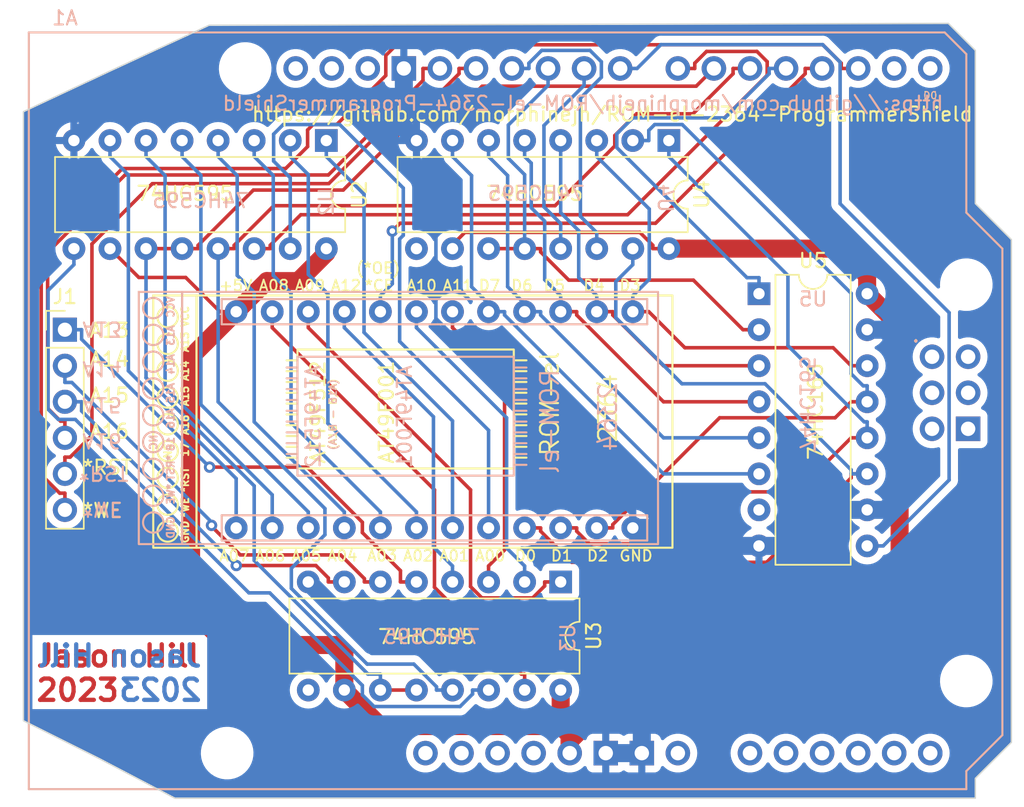
<source format=kicad_pcb>
(kicad_pcb (version 20221018) (generator pcbnew)
  (title_block (title "Arduino Shield ROM-el 2364 Programmer") (date "2023-08-07") (rev "A") (company "Jason Hill") (comment 1 "https://github.com/morphinejh"))
  (layers (0 "F.Cu" signal) (31 "B.Cu" signal) (34 "B.Paste" user) (35 "F.Paste" user) (36 "B.SilkS" user "B.Silkscreen") (37 "F.SilkS" user "F.Silkscreen") (38 "B.Mask" user) (39 "F.Mask" user) (44 "Edge.Cuts" user))
  (net 0 "")
  (net 11 "/*WE_D2")
  (net 12 "/*CE_D3")
  (net 13 "/*PL_D4")
  (net 14 "/*OE_D5")
  (net 15 "/iCLK_D6")
  (net 16 "/SER_D7")
  (net 17 "/SRO_D8")
  (net 18 "/*OE_D9")
  (net 19 "/OCLK_D10")
  (net 20 "/SER_D11")
  (net 21 "/*RST_D12")
  (net 22 "/A16_D13")
  (net 32 "/A07")
  (net 33 "/A06")
  (net 34 "/A05")
  (net 35 "/A04")
  (net 36 "/A03")
  (net 37 "/A02")
  (net 38 "/A01")
  (net 39 "/A00")
  (net 40 "/D0")
  (net 41 "/D1")
  (net 42 "/D2")
  (net 43 "GND")
  (net 44 "/D3")
  (net 45 "/D4")
  (net 46 "/D5")
  (net 47 "/D6")
  (net 48 "/D7")
  (net 49 "/A11")
  (net 50 "/A10")
  (net 51 "/A12")
  (net 52 "/A09")
  (net 53 "/A08")
  (net 54 "+5V")
  (net 55 "/SQH")
  (net 56 "/A13")
  (net 57 "/A14")
  (net 58 "/A15")
  (footprint "Package_DIP:DIP-16_W7.62mm" (layer "F.Cu") (at 158.75 62.23 -90)
    (fp_text reference "U4")
    (fp_text value "74HCT595")
  )
  (footprint "Package_DIP:DIP-16_W7.62mm" (layer "F.Cu") (at 151.13 93.345 -90)
    (fp_text reference "U3")
    (fp_text value "74HCT595")
  )
  (footprint "PCM_arduino-library:Arduino_Leonardo_Shield" (layer "F.Cu") (at 113.665 107.95)
    (fp_text reference "A1")
    (fp_text value "Arduino_Shield")
  )
  (footprint "2364:DIP-24_W15.24mm-Notch" (layer "F.Cu") (at 128.27 89.535 90)
    (fp_text reference "U1" hide)
    (fp_text value "2364 - ROMel" hide)
  )
  (footprint "Package_DIP:DIP-16_W7.62mm" (layer "F.Cu") (at 134.62 62.23 -90)
    (fp_text reference "U2")
    (fp_text value "74HCT595")
  )
  (footprint "Package_DIP:DIP-16_W7.62mm" (layer "F.Cu") (at 165.1 73.025)
    (fp_text reference "U5")
    (fp_text value "74HC165")
  )
  (footprint "Connector_PinHeader_2.54mm:PinHeader_1x06_P2.54mm_Vertical" (layer "F.Cu") (at 116.205 75.565)
    (fp_text reference "J1")
    (fp_text value "x6")
  )
  (gr_circle (center 122.428 77.81925) (end 122.936 77.31125) (stroke (width 0.15)) (fill none) (layer "B.SilkS"))
  (gr_line (start 132.588 85.09) (end 131.826 85.09) (stroke (width 0.15)) (layer "B.SilkS"))
  (gr_line (start 132.588 79.756) (end 131.826 79.756) (stroke (width 0.15)) (layer "B.SilkS"))
  (gr_line (start 132.588 82.042) (end 131.826 82.042) (stroke (width 0.15)) (layer "B.SilkS"))
  (gr_circle (center 122.428 89.154) (end 122.936 88.646) (stroke (width 0.15)) (fill none) (layer "B.SilkS"))
  (gr_rect (start 124.46 72.898) (end 157.988 90.678) (stroke (width 0.15)) (fill none) (layer "B.SilkS"))
  (gr_line (start 132.588 78.232) (end 131.826 78.232) (stroke (width 0.15)) (layer "B.SilkS"))
  (gr_line (start 132.588 82.804) (end 131.826 82.804) (stroke (width 0.15)) (layer "B.SilkS"))
  (gr_line (start 132.588 81.28) (end 131.826 81.28) (stroke (width 0.15)) (layer "B.SilkS"))
  (gr_line (start 132.588 84.328) (end 131.826 84.328) (stroke (width 0.15)) (layer "B.SilkS"))
  (gr_circle (center 122.428 79.708375) (end 122.936 79.200375) (stroke (width 0.15)) (fill none) (layer "B.SilkS"))
  (gr_rect (start 121.412 72.898) (end 124.46 90.678) (stroke (width 0.15)) (fill none) (layer "B.SilkS"))
  (gr_circle (center 122.428 81.5975) (end 122.936 81.0895) (stroke (width 0.15)) (fill none) (layer "B.SilkS"))
  (gr_line (start 148.717 82.042) (end 147.955 82.042) (stroke (width 0.15)) (layer "B.SilkS"))
  (gr_circle (center 122.428 85.37575) (end 122.936 84.86775) (stroke (width 0.15)) (fill none) (layer "B.SilkS"))
  (gr_line (start 148.717 78.232) (end 147.955 78.232) (stroke (width 0.15)) (layer "B.SilkS"))
  (gr_rect (start 132.588 77.47) (end 147.828 85.852) (stroke (width 0.15)) (fill none) (layer "B.SilkS"))
  (gr_circle (center 122.428 87.264875) (end 122.936 86.756875) (stroke (width 0.15)) (fill none) (layer "B.SilkS"))
  (gr_line (start 148.717 78.994) (end 147.955 78.994) (stroke (width 0.15)) (layer "B.SilkS"))
  (gr_line (start 132.588 80.518) (end 131.826 80.518) (stroke (width 0.15)) (layer "B.SilkS"))
  (gr_line (start 148.717 82.804) (end 147.955 82.804) (stroke (width 0.15)) (layer "B.SilkS"))
  (gr_circle (center 122.428 83.486625) (end 122.936 82.978625) (stroke (width 0.15)) (fill none) (layer "B.SilkS"))
  (gr_line (start 148.717 80.518) (end 147.955 80.518) (stroke (width 0.15)) (layer "B.SilkS"))
  (gr_line (start 132.588 78.994) (end 131.826 78.994) (stroke (width 0.15)) (layer "B.SilkS"))
  (gr_line (start 148.717 79.756) (end 147.955 79.756) (stroke (width 0.15)) (layer "B.SilkS"))
  (gr_circle (center 122.428 75.930125) (end 122.936 75.422125) (stroke (width 0.15)) (fill none) (layer "B.SilkS"))
  (gr_line (start 132.588 83.566) (end 131.826 83.566) (stroke (width 0.15)) (layer "B.SilkS"))
  (gr_line (start 148.717 81.28) (end 147.955 81.28) (stroke (width 0.15)) (layer "B.SilkS"))
  (gr_line (start 148.717 85.09) (end 147.955 85.09) (stroke (width 0.15)) (layer "B.SilkS"))
  (gr_line (start 148.717 84.328) (end 147.955 84.328) (stroke (width 0.15)) (layer "B.SilkS"))
  (gr_line (start 148.717 83.566) (end 147.955 83.566) (stroke (width 0.15)) (layer "B.SilkS"))
  (gr_circle (center 122.428 74.041) (end 122.936 73.533) (stroke (width 0.15)) (fill none) (layer "B.SilkS"))
  (gr_circle (center 123.444 86.01075) (end 123.952 86.51875) (stroke (width 0.15)) (fill none) (layer "F.SilkS"))
  (gr_line (start 147.955 80.01) (end 148.717 80.01) (stroke (width 0.15)) (layer "F.SilkS"))
  (gr_line (start 147.955 84.582) (end 148.717 84.582) (stroke (width 0.15)) (layer "F.SilkS"))
  (gr_line (start 131.826 80.01) (end 132.588 80.01) (stroke (width 0.15)) (layer "F.SilkS"))
  (gr_line (start 131.826 83.82) (end 132.588 83.82) (stroke (width 0.15)) (layer "F.SilkS"))
  (gr_rect (start 132.588 76.962) (end 147.828 85.344) (stroke (width 0.15)) (fill none) (layer "F.SilkS"))
  (gr_circle (center 123.444 84.121625) (end 123.952 84.629625) (stroke (width 0.15)) (fill none) (layer "F.SilkS"))
  (gr_line (start 147.955 79.248) (end 148.717 79.248) (stroke (width 0.15)) (layer "F.SilkS"))
  (gr_line (start 131.826 82.296) (end 132.588 82.296) (stroke (width 0.15)) (layer "F.SilkS"))
  (gr_line (start 147.955 80.772) (end 148.717 80.772) (stroke (width 0.15)) (layer "F.SilkS"))
  (gr_line (start 147.955 81.534) (end 148.717 81.534) (stroke (width 0.15)) (layer "F.SilkS"))
  (gr_rect (start 122.428 73.152) (end 125.476 90.932) (stroke (width 0.15)) (fill none) (layer "F.SilkS"))
  (gr_line (start 131.826 79.248) (end 132.588 79.248) (stroke (width 0.15)) (layer "F.SilkS"))
  (gr_circle (center 123.444 82.2325) (end 123.952 82.7405) (stroke (width 0.15)) (fill none) (layer "F.SilkS"))
  (gr_circle (center 123.444 74.676) (end 123.952 75.184) (stroke (width 0.15)) (fill none) (layer "F.SilkS"))
  (gr_line (start 131.826 83.058) (end 132.588 83.058) (stroke (width 0.15)) (layer "F.SilkS"))
  (gr_line (start 147.955 82.296) (end 148.717 82.296) (stroke (width 0.15)) (layer "F.SilkS"))
  (gr_line (start 147.955 83.058) (end 148.717 83.058) (stroke (width 0.15)) (layer "F.SilkS"))
  (gr_rect (start 125.476 73.152) (end 159.004 90.932) (stroke (width 0.15)) (fill none) (layer "F.SilkS"))
  (gr_line (start 131.826 78.486) (end 132.588 78.486) (stroke (width 0.15)) (layer "F.SilkS"))
  (gr_circle (center 123.444 80.343375) (end 123.952 80.851375) (stroke (width 0.15)) (fill none) (layer "F.SilkS"))
  (gr_line (start 147.955 83.82) (end 148.717 83.82) (stroke (width 0.15)) (layer "F.SilkS"))
  (gr_line (start 131.826 77.724) (end 132.588 77.724) (stroke (width 0.15)) (layer "F.SilkS"))
  (gr_circle (center 123.444 78.45425) (end 123.952 78.96225) (stroke (width 0.15)) (fill none) (layer "F.SilkS"))
  (gr_line (start 147.955 78.486) (end 148.717 78.486) (stroke (width 0.15)) (layer "F.SilkS"))
  (gr_circle (center 123.444 87.899875) (end 123.952 88.407875) (stroke (width 0.15)) (fill none) (layer "F.SilkS"))
  (gr_circle (center 123.444 76.565125) (end 123.952 77.073125) (stroke (width 0.15)) (fill none) (layer "F.SilkS"))
  (gr_circle (center 123.444 89.789) (end 123.952 90.297) (stroke (width 0.15)) (fill none) (layer "F.SilkS"))
  (gr_line (start 131.826 80.772) (end 132.588 80.772) (stroke (width 0.15)) (layer "F.SilkS"))
  (gr_line (start 131.826 81.534) (end 132.588 81.534) (stroke (width 0.15)) (layer "F.SilkS"))
  (gr_line (start 131.826 84.582) (end 132.588 84.582) (stroke (width 0.15)) (layer "F.SilkS"))
  (gr_line (start 147.955 77.724) (end 148.717 77.724) (stroke (width 0.15)) (layer "F.SilkS"))
  (gr_poly (pts (xy 126.365 54.102) (xy 178.435 53.975) (xy 180.34 55.88) (xy 180.34 66.675) (xy 182.88 69.215) (xy 182.88 104.648) (xy 180.34 107.188) (xy 180.34 108.585) (xy 123.952 108.585) (xy 118.618 105.791) (xy 113.284 103.124) (xy 113.284 94.996) (xy 113.284 74.676) (xy 113.284 60.198) (xy 119.507 57.277)) (stroke (width 0.1)) (fill none) (layer "Edge.Cuts"))
  (gr_text "Jason Hill\n2023" (at 114.046 101.854) (layer "F.Cu") (effects (font (size 1.5 1.5) (thickness 0.3) bold) (justify left bottom)))
  (gr_text "Jason Hill\n2023" (at 125.984 101.854) (layer "B.Cu") (effects (font (size 1.5 1.5) (thickness 0.3) bold) (justify left bottom mirror)))
  (gr_text "(A16 - N/A)" (at 135.382 78.994 90) (layer "B.SilkS") (effects (font (size 0.508 0.508) (thickness 0.1016) bold) (justify left bottom mirror)))
  (gr_text "74HC595" (at 152.908 66.548) (layer "B.SilkS") (effects (font (size 1 1)) (justify left bottom mirror)))
  (gr_text "A16" (at 117.348 82.804 180) (layer "B.SilkS") (effects (font (size 1 1)) (justify left bottom mirror)))
  (gr_text "NC" (at 122.741029 82.889791 90) (layer "B.SilkS") (effects (font (size 0.508 0.508) (thickness 0.127) bold) (justify left bottom mirror)))
  (gr_text "https://github.com/morphinejh/ROM-el-2364-ProgrammerShield" (at 178.181 60.198) (layer "B.SilkS") (effects (font (size 1 1)) (justify left bottom mirror)))
  (gr_text "*RST" (at 123.952 84.328 90) (layer "B.SilkS") (effects (font (size 0.508 0.508) (thickness 0.127) bold) (justify left bottom mirror)))
  (gr_text "U3" (at 151.638 97.282 90) (layer "B.SilkS") (effects (font (size 1 1)) (justify mirror)))
  (gr_text "74HC595" (at 145.542 97.79) (layer "B.SilkS") (effects (font (size 1 1)) (justify left bottom mirror)))
  (gr_text "GND" (at 123.952 88.646 90) (layer "B.SilkS") (effects (font (size 0.508 0.508) (thickness 0.127) bold) (justify left bottom mirror)))
  (gr_text "A16" (at 123.952 81.026 90) (layer "B.SilkS") (effects (font (size 0.508 0.508) (thickness 0.127) bold) (justify left bottom mirror)))
  (gr_text "74HC595" (at 129.286 67.056) (layer "B.SilkS") (effects (font (size 1 1)) (justify left bottom mirror)))
  (gr_text "A15" (at 123.952 79.248 90) (layer "B.SilkS") (effects (font (size 0.508 0.508) (thickness 0.127) bold) (justify left bottom mirror)))
  (gr_text "AT49F512\n\n\n\nAT49F001" (at 140.716 77.978 90) (layer "B.SilkS") (effects (font (size 1 1)) (justify left bottom mirror)))
  (gr_text "A14" (at 117.348 77.724 180) (layer "B.SilkS") (effects (font (size 1 1)) (justify left bottom mirror)))
  (gr_text "74HC165" (at 167.894 84.328 -90) (layer "B.SilkS") (effects (font (size 1 1)) (justify left bottom mirror)))
  (gr_text "VCC" (at 123.952 73.152 90) (layer "B.SilkS") (effects (font (size 0.508 0.508) (thickness 0.127) bold) (justify left bottom mirror)))
  (gr_text "*RST" (at 117.094 85.09 180) (layer "B.SilkS") (effects (font (size 1 1)) (justify left bottom mirror)))
  (gr_text "A13" (at 123.952 75.184 90) (layer "B.SilkS") (effects (font (size 0.508 0.508) (thickness 0.127) bold) (justify left bottom mirror)))
  (gr_text "A13" (at 117.348 74.93 180) (layer "B.SilkS") (effects (font (size 1 1)) (justify left bottom mirror)))
  (gr_text "A15" (at 117.348 80.264 180) (layer "B.SilkS") (effects (font (size 1 1)) (justify left bottom mirror)))
  (gr_text "18" (at 123.952 83.058 90) (layer "B.SilkS") (effects (font (size 0.508 0.508) (thickness 0.127) bold) (justify left bottom mirror)))
  (gr_text "*WE" (at 117.348 87.63 180) (layer "B.SilkS") (effects (font (size 1 1)) (justify left bottom mirror)))
  (gr_text "*WE" (at 123.952 86.36 90) (layer "B.SilkS") (effects (font (size 0.508 0.508) (thickness 0.127) bold) (justify left bottom mirror)))
  (gr_text "U4" (at 158.496 66.294 -90) (layer "B.SilkS") (effects (font (size 1 1)) (justify mirror)))
  (gr_text "ROM-el\n\n 2364" (at 155.194 78.232 90) (layer "B.SilkS") (effects (font (size 1.27 1.27)) (justify left bottom mirror)))
  (gr_text "U2" (at 134.62 66.548 90) (layer "B.SilkS") (effects (font (size 1 1)) (justify mirror)))
  (gr_text "U5" (at 168.91 73.406) (layer "B.SilkS") (effects (font (size 1 1)) (justify mirror)))
  (gr_text "A14" (at 123.952 77.216 90) (layer "B.SilkS") (effects (font (size 0.508 0.508) (thickness 0.127) bold) (justify left bottom mirror)))
  (gr_text "*WE" (at 117.348 88.9) (layer "F.SilkS") (effects (font (size 1 1)) (justify left bottom)))
  (gr_text "A11" (at 142.748 72.898) (layer "F.SilkS") (effects (font (size 0.762 0.762) (thickness 0.127) bold) (justify left bottom)))
  (gr_text "D1" (at 150.368 91.948) (layer "F.SilkS") (effects (font (size 0.762 0.762) (thickness 0.127) bold) (justify left bottom)))
  (gr_text "74HC595" (at 145.796 66.548) (layer "F.SilkS") (effects (font (size 1 1)) (justify left bottom)))
  (gr_text "GND" (at 155.194 91.948) (layer "F.SilkS") (effects (font (size 0.762 0.762) (thickness 0.127) bold) (justify left bottom)))
  (gr_text "A08" (at 129.794 72.898) (layer "F.SilkS") (effects (font (size 0.762 0.762) (thickness 0.127) bold) (justify left bottom)))
  (gr_text "D2" (at 152.908 91.948) (layer "F.SilkS") (effects (font (size 0.762 0.762) (thickness 0.127) bold) (justify left bottom)))
  (gr_text "A15" (at 124.968 81.026 90) (layer "F.SilkS") (effects (font (size 0.508 0.508) (thickness 0.127) bold) (justify left bottom)))
  (gr_text "17" (at 124.968 84.582 90) (layer "F.SilkS") (effects (font (size 0.508 0.508) (thickness 0.127) bold) (justify left bottom)))
  (gr_text "A13" (at 124.968 77.216 90) (layer "F.SilkS") (effects (font (size 0.508 0.508) (thickness 0.127) bold) (justify left bottom)))
  (gr_text "74HC595" (at 138.176 97.79) (layer "F.SilkS") (effects (font (size 1 1)) (justify left bottom)))
  (gr_text "74HC595" (at 121.158 66.548) (layer "F.SilkS") (effects (font (size 1 1)) (justify left bottom)))
  (gr_text "A10" (at 140.208 72.898) (layer "F.SilkS") (effects (font (size 0.762 0.762) (thickness 0.127) bold) (justify left bottom)))
  (gr_text "A16" (at 117.856 83.312) (layer "F.SilkS") (effects (font (size 1 1)) (justify left bottom)))
  (gr_text "GND" (at 124.968 90.678 90) (layer "F.SilkS") (effects (font (size 0.508 0.508) (thickness 0.127) bold) (justify left bottom)))
  (gr_text "D6" (at 147.574 72.898) (layer "F.SilkS") (effects (font (size 0.762 0.762) (thickness 0.127) bold) (justify left bottom)))
  (gr_text "A12" (at 134.874 72.898) (layer "F.SilkS") (effects (font (size 0.762 0.762) (thickness 0.127) bold) (justify left bottom)))
  (gr_text "NC" (at 123.760228 84.704462 90) (layer "F.SilkS") (effects (font (size 0.508 0.508) (thickness 0.127) bold) (justify left bottom)))
  (gr_text "A03" (at 137.414 91.948) (layer "F.SilkS") (effects (font (size 0.762 0.762) (thickness 0.127) bold) (justify left bottom)))
  (gr_text "A15" (at 117.856 80.772) (layer "F.SilkS") (effects (font (size 1 1)) (justify left bottom)))
  (gr_text "ROM-el\n\n 2364" (at 155.194 84.582 90) (layer "F.SilkS") (effects (font (size 1.27 1.27)) (justify left bottom)))
  (gr_text "A06" (at 129.54 91.948) (layer "F.SilkS") (effects (font (size 0.762 0.762) (thickness 0.127) bold) (justify left bottom)))
  (gr_text "A07" (at 127 91.948) (layer "F.SilkS") (effects (font (size 0.762 0.762) (thickness 0.127) bold) (justify left bottom)))
  (gr_text "*RST" (at 117.348 85.852) (layer "F.SilkS") (effects (font (size 1 1)) (justify left bottom)))
  (gr_text "D5" (at 149.86 72.898) (layer "F.SilkS") (effects (font (size 0.762 0.762) (thickness 0.127) bold) (justify left bottom)))
  (gr_text "A14" (at 117.856 78.232) (layer "F.SilkS") (effects (font (size 1 1)) (justify left bottom)))
  (gr_text "*RST" (at 124.968 87.122 90) (layer "F.SilkS") (effects (font (size 0.508 0.508) (thickness 0.127) bold) (justify left bottom)))
  (gr_text "74HC165" (at 169.672 84.836 90) (layer "F.SilkS") (effects (font (size 1 1)) (justify left bottom)))
  (gr_text "D0" (at 147.828 91.948) (layer "F.SilkS") (effects (font (size 0.762 0.762) (thickness 0.127) bold) (justify left bottom)))
  (gr_text "A04" (at 134.62 91.948) (layer "F.SilkS") (effects (font (size 0.762 0.762) (thickness 0.127) bold) (justify left bottom)))
  (gr_text "D7" (at 145.288 72.898) (layer "F.SilkS") (effects (font (size 0.762 0.762) (thickness 0.127) bold) (justify left bottom)))
  (gr_text "A05" (at 132.08 91.948) (layer "F.SilkS") (effects (font (size 0.762 0.762) (thickness 0.127) bold) (justify left bottom)))
  (gr_text "D4" (at 152.654 72.898) (layer "F.SilkS") (effects (font (size 0.762 0.762) (thickness 0.127) bold) (justify left bottom)))
  (gr_text "https://github.com/morphinejh/ROM-el-2364-ProgrammerShield" (at 129.286 60.96) (layer "F.SilkS") (effects (font (size 1 1)) (justify left bottom)))
  (gr_text "AT49F512\n\n\nAT49F001" (at 139.446 85.09 90) (layer "F.SilkS") (effects (font (size 1 1)) (justify left bottom)))
  (gr_text "D3" (at 155.194 72.898) (layer "F.SilkS") (effects (font (size 0.762 0.762) (thickness 0.127) bold) (justify left bottom)))
  (gr_text "A01" (at 142.494 91.948) (layer "F.SilkS") (effects (font (size 0.762 0.762) (thickness 0.127) bold) (justify left bottom)))
  (gr_text "VCC" (at 124.968 75.438 90) (layer "F.SilkS") (effects (font (size 0.508 0.508) (thickness 0.127) bold) (justify left bottom)))
  (gr_text "A00" (at 145.034 91.948) (layer "F.SilkS") (effects (font (size 0.762 0.762) (thickness 0.127) bold) (justify left bottom)))
  (gr_text "(*OE)\n *CE\n" (at 136.652 72.898) (layer "F.SilkS") (effects (font (size 0.762 0.762) (thickness 0.127) bold) (justify left bottom)))
  (gr_text "(A16 - N/A)" (at 135.382 84.074 90) (layer "F.SilkS") (effects (font (size 0.508 0.508) (thickness 0.1016) bold) (justify left bottom)))
  (gr_text "+5V" (at 127 72.898) (layer "F.SilkS") (effects (font (size 0.762 0.762) (thickness 0.127) bold) (justify left bottom)))
  (gr_text "*WE" (at 124.968 88.9 90) (layer "F.SilkS") (effects (font (size 0.508 0.508) (thickness 0.127) bold) (justify left bottom)))
  (gr_text "A09" (at 132.334 72.898) (layer "F.SilkS") (effects (font (size 0.762 0.762) (thickness 0.127) bold) (justify left bottom)))
  (gr_text "A14" (at 124.968 79.248 90) (layer "F.SilkS") (effects (font (size 0.508 0.508) (thickness 0.127) bold) (justify left bottom)))
  (gr_text "A02" (at 139.954 91.948) (layer "F.SilkS") (effects (font (size 0.762 0.762) (thickness 0.127) bold) (justify left bottom)))
  (gr_text "A16" (at 124.968 83.058 90) (layer "F.SilkS") (effects (font (size 0.508 0.508) (thickness 0.127) bold) (justify left bottom)))
  (gr_text "A13" (at 117.856 76.2) (layer "F.SilkS") (effects (font (size 1 1)) (justify left bottom)))
  (segment (start 139.5613 55.4802) (end 138.8111 56.2304) (width 0.25) (layer "F.Cu") (net 11))
  (segment (start 170.8945 56.778) (end 169.5967 55.4802) (width 0.25) (layer "F.Cu") (net 11))
  (segment (start 170.8945 57.15) (end 170.8945 56.778) (width 0.25) (layer "F.Cu") (net 11))
  (segment (start 120.253 64.2042) (end 114.5358 69.9214) (width 0.25) (layer "F.Cu") (net 11))
  (segment (start 172.085 57.15) (end 170.8945 57.15) (width 0.25) (layer "F.Cu") (net 11))
  (segment (start 114.5358 69.9214) (end 114.5358 85.7847) (width 0.25) (layer "F.Cu") (net 11))
  (segment (start 135.3534 61.1031) (end 133.6846 61.1031) (width 0.25) (layer "F.Cu") (net 11))
  (segment (start 116.205 88.265) (end 116.205 87.0881) (width 0.25) (layer "F.Cu") (net 11))
  (segment (start 138.8111 56.2304) (end 138.8111 57.6454) (width 0.25) (layer "F.Cu") (net 11))
  (segment (start 131.753 64.2042) (end 120.253 64.2042) (width 0.25) (layer "F.Cu") (net 11))
  (segment (start 138.8111 57.6454) (end 135.3534 61.1031) (width 0.25) (layer "F.Cu") (net 11))
  (segment (start 169.5967 55.4802) (end 139.5613 55.4802) (width 0.25) (layer "F.Cu") (net 11))
  (segment (start 114.5358 85.7847) (end 115.8392 87.0881) (width 0.25) (layer "F.Cu") (net 11))
  (segment (start 133.3019 62.6553) (end 131.753 64.2042) (width 0.25) (layer "F.Cu") (net 11))
  (segment (start 115.8392 87.0881) (end 116.205 87.0881) (width 0.25) (layer "F.Cu") (net 11))
  (segment (start 133.6846 61.1031) (end 133.3019 61.4858) (width 0.25) (layer "F.Cu") (net 11))
  (segment (start 133.3019 61.4858) (end 133.3019 62.6553) (width 0.25) (layer "F.Cu") (net 11))
  (segment (start 139.2703 68.6115) (end 139.82 68.0618) (width 0.25) (layer "F.Cu") (net 12))
  (segment (start 157.8127 68.0618) (end 168.3545 57.52) (width 0.25) (layer "F.Cu") (net 12))
  (segment (start 168.3545 57.52) (end 168.3545 57.15) (width 0.25) (layer "F.Cu") (net 12))
  (segment (start 169.545 57.15) (end 168.3545 57.15) (width 0.25) (layer "F.Cu") (net 12))
  (segment (start 139.82 68.0618) (end 157.8127 68.0618) (width 0.25) (layer "F.Cu") (net 12))
  (via (at 139.2703 68.6115) (size 0.8) (drill 0.4) (layers "F.Cu" "B.Cu") (net 12))
  (segment (start 138.43 73.1681) (end 139.2703 72.3278) (width 0.25) (layer "B.Cu") (net 12))
  (segment (start 139.2703 72.3278) (end 139.2703 68.6115) (width 0.25) (layer "B.Cu") (net 12))
  (segment (start 138.43 74.295) (end 138.43 73.1681) (width 0.25) (layer "B.Cu") (net 12))
  (segment (start 162.7049 60.6316) (end 156.2147 60.6316) (width 0.25) (layer "B.Cu") (net 13))
  (segment (start 164.2548 71.8981) (end 165.1 71.8981) (width 0.25) (layer "B.Cu") (net 13))
  (segment (start 165.1 73.025) (end 165.1 71.8981) (width 0.25) (layer "B.Cu") (net 13))
  (segment (start 155.0831 61.7632) (end 155.0831 62.7264) (width 0.25) (layer "B.Cu") (net 13))
  (segment (start 165.8145 57.15) (end 165.8145 57.522) (width 0.25) (layer "B.Cu") (net 13))
  (segment (start 156.2147 60.6316) (end 155.0831 61.7632) (width 0.25) (layer "B.Cu") (net 13))
  (segment (start 167.005 57.15) (end 165.8145 57.15) (width 0.25) (layer "B.Cu") (net 13))
  (segment (start 165.8145 57.522) (end 162.7049 60.6316) (width 0.25) (layer "B.Cu") (net 13))
  (segment (start 155.0831 62.7264) (end 164.2548 71.8981) (width 0.25) (layer "B.Cu") (net 13))
  (segment (start 154.94 61.879) (end 154.94 62.6172) (width 0.25) (layer "F.Cu") (net 14))
  (segment (start 130.9192 66.8242) (end 128.1269 69.6165) (width 0.25) (layer "F.Cu") (net 14))
  (segment (start 160.4511 60.3454) (end 156.4736 60.3454) (width 0.25) (layer "F.Cu") (net 14))
  (segment (start 154.94 62.6172) (end 150.733 66.8242) (width 0.25) (layer "F.Cu") (net 14))
  (segment (start 164.465 57.15) (end 163.2745 57.15) (width 0.25) (layer "F.Cu") (net 14))
  (segment (start 128.1269 69.6165) (end 128.1269 69.85) (width 0.25) (layer "F.Cu") (net 14))
  (segment (start 163.2745 57.15) (end 163.2745 57.522) (width 0.25) (layer "F.Cu") (net 14))
  (segment (start 156.4736 60.3454) (end 154.94 61.879) (width 0.25) (layer "F.Cu") (net 14))
  (segment (start 127 69.85) (end 128.1269 69.85) (width 0.25) (layer "F.Cu") (net 14))
  (segment (start 150.733 66.8242) (end 130.9192 66.8242) (width 0.25) (layer "F.Cu") (net 14))
  (segment (start 163.2745 57.522) (end 160.4511 60.3454) (width 0.25) (layer "F.Cu") (net 14))
  (segment (start 134.5225 90.0207) (end 132.1563 92.3869) (width 0.25) (layer "B.Cu") (net 14))
  (segment (start 127 69.85) (end 127 80.6489) (width 0.25) (layer "B.Cu") (net 14))
  (segment (start 137.4941 99.1357) (end 140.7873 99.1357) (width 0.25) (layer "B.Cu") (net 14))
  (segment (start 140.7873 99.1357) (end 142.3831 100.7315) (width 0.25) (layer "B.Cu") (net 14))
  (segment (start 143.51 100.965) (end 142.3831 100.965) (width 0.25) (layer "B.Cu") (net 14))
  (segment (start 132.1563 93.7979) (end 137.4941 99.1357) (width 0.25) (layer "B.Cu") (net 14))
  (segment (start 132.1563 92.3869) (end 132.1563 93.7979) (width 0.25) (layer "B.Cu") (net 14))
  (segment (start 127 80.6489) (end 134.5225 88.1714) (width 0.25) (layer "B.Cu") (net 14))
  (segment (start 142.3831 100.7315) (end 142.3831 100.965) (width 0.25) (layer "B.Cu") (net 14))
  (segment (start 134.5225 88.1714) (end 134.5225 90.0207) (width 0.25) (layer "B.Cu") (net 14))
  (segment (start 140.97 100.965) (end 138.43 100.965) (width 0.25) (layer "F.Cu") (net 15))
  (segment (start 141.1418 60.3895) (end 143.6073 60.3895) (width 0.25) (layer "F.Cu") (net 15))
  (segment (start 125.5869 69.6165) (end 129.4828 65.7206) (width 0.25) (layer "F.Cu") (net 15))
  (segment (start 160.675 58.4) (end 161.925 57.15) (width 0.25) (layer "F.Cu") (net 15))
  (segment (start 124.46 69.85) (end 125.5869 69.85) (width 0.25) (layer "F.Cu") (net 15))
  (segment (start 143.6073 60.3895) (end 145.5968 58.4) (width 0.25) (layer "F.Cu") (net 15))
  (segment (start 125.5869 69.85) (end 125.5869 69.6165) (width 0.25) (layer "F.Cu") (net 15))
  (segment (start 129.4828 65.7206) (end 135.8107 65.7206) (width 0.25) (layer "F.Cu") (net 15))
  (segment (start 145.5968 58.4) (end 160.675 58.4) (width 0.25) (layer "F.Cu") (net 15))
  (segment (start 135.8107 65.7206) (end 141.1418 60.3895) (width 0.25) (layer "F.Cu") (net 15))
  (segment (start 121.92 69.85) (end 124.46 69.85) (width 0.25) (layer "F.Cu") (net 15))
  (segment (start 129.54 86.574) (end 129.54 91.8275) (width 0.25) (layer "B.Cu") (net 15))
  (segment (start 121.92 78.954) (end 129.54 86.574) (width 0.25) (layer "B.Cu") (net 15))
  (segment (start 138.43 100.965) (end 138.43 99.8381) (width 0.25) (layer "B.Cu") (net 15))
  (segment (start 121.92 69.85) (end 121.92 78.954) (width 0.25) (layer "B.Cu") (net 15))
  (segment (start 137.5506 99.8381) (end 138.43 99.8381) (width 0.25) (layer "B.Cu") (net 15))
  (segment (start 129.54 91.8275) (end 137.5506 99.8381) (width 0.25) (layer "B.Cu") (net 15))
  (segment (start 160.5755 56.778) (end 161.4044 55.9491) (width 0.25) (layer "F.Cu") (net 16))
  (segment (start 159.385 57.15) (end 160.5755 57.15) (width 0.25) (layer "F.Cu") (net 16))
  (segment (start 130.6669 69.6165) (end 130.6669 69.85) (width 0.25) (layer "F.Cu") (net 16))
  (segment (start 165.6781 57.6253) (end 155.843 67.4604) (width 0.25) (layer "F.Cu") (net 16))
  (segment (start 160.5755 57.15) (end 160.5755 56.778) (width 0.25) (layer "F.Cu") (net 16))
  (segment (start 161.4044 55.9491) (end 164.9556 55.9491) (width 0.25) (layer "F.Cu") (net 16))
  (segment (start 129.54 69.85) (end 130.6669 69.85) (width 0.25) (layer "F.Cu") (net 16))
  (segment (start 164.9556 55.9491) (end 165.6781 56.6716) (width 0.25) (layer "F.Cu") (net 16))
  (segment (start 132.823 67.4604) (end 130.6669 69.6165) (width 0.25) (layer "F.Cu") (net 16))
  (segment (start 165.6781 56.6716) (end 165.6781 57.6253) (width 0.25) (layer "F.Cu") (net 16))
  (segment (start 155.843 67.4604) (end 132.823 67.4604) (width 0.25) (layer "F.Cu") (net 16))
  (segment (start 169.5811 55.4685) (end 158.193 55.4685) (width 0.25) (layer "B.Cu") (net 17))
  (segment (start 155.321 57.15) (end 156.5115 57.15) (width 0.25) (layer "B.Cu") (net 17))
  (segment (start 172.72 90.805) (end 173.8469 90.805) (width 0.25) (layer "B.Cu") (net 17))
  (segment (start 170.815 66.6827) (end 170.815 56.7024) (width 0.25) (layer "B.Cu") (net 17))
  (segment (start 178.4941 74.3618) (end 170.815 66.6827) (width 0.25) (layer "B.Cu") (net 17))
  (segment (start 173.8469 90.805) (end 178.4941 86.1578) (width 0.25) (layer "B.Cu") (net 17))
  (segment (start 170.815 56.7024) (end 169.5811 55.4685) (width 0.25) (layer "B.Cu") (net 17))
  (segment (start 158.193 55.4685) (end 156.5115 57.15) (width 0.25) (layer "B.Cu") (net 17))
  (segment (start 178.4941 86.1578) (end 178.4941 74.3618) (width 0.25) (layer "B.Cu") (net 17))
  (segment (start 151.13 68.084) (end 149.9526 66.9066) (width 0.25) (layer "B.Cu") (net 18))
  (segment (start 151.13 68.7231) (end 151.13 68.084) (width 0.25) (layer "B.Cu") (net 18))
  (segment (start 149.9526 66.9066) (end 149.9526 61.1689) (width 0.25) (layer "B.Cu") (net 18))
  (segment (start 149.9526 61.1689) (end 152.781 58.3405) (width 0.25) (layer "B.Cu") (net 18))
  (segment (start 151.13 69.85) (end 151.13 68.7231) (width 0.25) (layer "B.Cu") (net 18))
  (segment (start 152.781 57.15) (end 152.781 58.3405) (width 0.25) (layer "B.Cu") (net 18))
  (segment (start 146.05 69.85) (end 148.59 69.85) (width 0.25) (layer "F.Cu") (net 19))
  (segment (start 149.7169 70.0835) (end 149.7169 69.85) (width 0.25) (layer "F.Cu") (net 19))
  (segment (start 165.1 75.565) (end 163.9731 75.565) (width 0.25) (layer "F.Cu") (net 19))
  (segment (start 151.7059 72.0725) (end 149.7169 70.0835) (width 0.25) (layer "F.Cu") (net 19))
  (segment (start 160.4806 72.0725) (end 151.7059 72.0725) (width 0.25) (layer "F.Cu") (net 19))
  (segment (start 148.59 69.85) (end 149.7169 69.85) (width 0.25) (layer "F.Cu") (net 19))
  (segment (start 163.9731 75.565) (end 160.4806 72.0725) (width 0.25) (layer "F.Cu") (net 19))
  (segment (start 150.241 57.15) (end 150.241 58.3405) (width 0.25) (layer "B.Cu") (net 19))
  (segment (start 148.59 64.6349) (end 148.59 68.7231) (width 0.25) (layer "B.Cu") (net 19))
  (segment (start 148.59 69.85) (end 148.59 68.7231) (width 0.25) (layer "B.Cu") (net 19))
  (segment (start 150.241 58.3405) (end 147.4429 61.1386) (width 0.25) (layer "B.Cu") (net 19))
  (segment (start 147.4429 61.1386) (end 147.4429 63.4878) (width 0.25) (layer "B.Cu") (net 19))
  (segment (start 147.4429 63.4878) (end 148.59 64.6349) (width 0.25) (layer "B.Cu") (net 19))
  (segment (start 147.701 57.15) (end 148.8915 57.15) (width 0.25) (layer "B.Cu") (net 20))
  (segment (start 152.5197 67.5728) (end 152.5197 59.2487) (width 0.25) (layer "B.Cu") (net 20))
  (segment (start 153.67 68.7231) (end 152.5197 67.5728) (width 0.25) (layer "B.Cu") (net 20))
  (segment (start 153.67 69.85) (end 153.67 68.7231) (width 0.25) (layer "B.Cu") (net 20))
  (segment (start 152.5197 59.2487) (end 153.9962 57.7722) (width 0.25) (layer "B.Cu") (net 20))
  (segment (start 149.7945 55.877) (end 148.8915 56.78) (width 0.25) (layer "B.Cu") (net 20))
  (segment (start 153.9962 56.6759) (end 153.1973 55.877) (width 0.25) (layer "B.Cu") (net 20))
  (segment (start 153.9962 57.7722) (end 153.9962 56.6759) (width 0.25) (layer "B.Cu") (net 20))
  (segment (start 153.1973 55.877) (end 149.7945 55.877) (width 0.25) (layer "B.Cu") (net 20))
  (segment (start 148.8915 56.78) (end 148.8915 57.15) (width 0.25) (layer "B.Cu") (net 20))
  (segment (start 122.3629 65.2687) (end 134.7906 65.2687) (width 0.25) (layer "F.Cu") (net 21))
  (segment (start 118.11 69.5216) (end 122.3629 65.2687) (width 0.25) (layer "F.Cu") (net 21))
  (segment (start 145.161 57.15) (end 143.9705 57.15) (width 0.25) (layer "F.Cu") (net 21))
  (segment (start 143.9705 57.52) (end 143.9705 57.15) (width 0.25) (layer "F.Cu") (net 21))
  (segment (start 134.7906 65.2687) (end 140.2808 59.7785) (width 0.25) (layer "F.Cu") (net 21))
  (segment (start 116.205 84.5481) (end 116.5728 84.5481) (width 0.25) (layer "F.Cu") (net 21))
  (segment (start 141.712 59.7785) (end 143.9705 57.52) (width 0.25) (layer "F.Cu") (net 21))
  (segment (start 118.11 83.0109) (end 118.11 69.5216) (width 0.25) (layer "F.Cu") (net 21))
  (segment (start 140.2808 59.7785) (end 141.712 59.7785) (width 0.25) (layer "F.Cu") (net 21))
  (segment (start 116.205 85.725) (end 116.205 84.5481) (width 0.25) (layer "F.Cu") (net 21))
  (segment (start 116.5728 84.5481) (end 118.11 83.0109) (width 0.25) (layer "F.Cu") (net 21))
  (segment (start 134.764 64.6562) (end 120.4401 64.6562) (width 0.25) (layer "F.Cu") (net 22))
  (segment (start 142.621 57.15) (end 141.4305 57.15) (width 0.25) (layer "F.Cu") (net 22))
  (segment (start 140.0959 59.3265) (end 140.0937 59.3265) (width 0.25) (layer "F.Cu") (net 22))
  (segment (start 115.8946 82.0081) (end 116.205 82.0081) (width 0.25) (layer "F.Cu") (net 22))
  (segment (start 120.4401 64.6562) (end 114.9877 70.1086) (width 0.25) (layer "F.Cu") (net 22))
  (segment (start 114.9877 81.1012) (end 115.8946 82.0081) (width 0.25) (layer "F.Cu") (net 22))
  (segment (start 141.4305 57.15) (end 141.4305 57.9919) (width 0.25) (layer "F.Cu") (net 22))
  (segment (start 140.0937 59.3265) (end 134.764 64.6562) (width 0.25) (layer "F.Cu") (net 22))
  (segment (start 141.4305 57.9919) (end 140.0959 59.3265) (width 0.25) (layer "F.Cu") (net 22))
  (segment (start 114.9877 70.1086) (end 114.9877 81.1012) (width 0.25) (layer "F.Cu") (net 22))
  (segment (start 116.205 83.185) (end 116.205 82.0081) (width 0.25) (layer "F.Cu") (net 22))
  (segment (start 128.27 89.535) (end 128.27 88.4081) (width 0.25) (layer "B.Cu") (net 32))
  (segment (start 120.6771 64.654) (end 120.6771 78.4628) (width 0.25) (layer "B.Cu") (net 32))
  (segment (start 119.38 63.3569) (end 120.6771 64.654) (width 0.25) (layer "B.Cu") (net 32))
  (segment (start 119.38 62.23) (end 119.38 63.3569) (width 0.25) (layer "B.Cu") (net 32))
  (segment (start 120.6771 78.4628) (end 128.27 86.0557) (width 0.25) (layer "B.Cu") (net 32))
  (segment (start 128.27 86.0557) (end 128.27 88.4081) (width 0.25) (layer "B.Cu") (net 32))
  (segment (start 130.81 87.2049) (end 123.2624 79.6573) (width 0.25) (layer "B.Cu") (net 33))
  (segment (start 123.2624 79.6573) (end 123.2624 64.6993) (width 0.25) (layer "B.Cu") (net 33))
  (segment (start 130.81 89.535) (end 130.81 88.4081) (width 0.25) (layer "B.Cu") (net 33))
  (segment (start 123.2624 64.6993) (end 121.92 63.3569) (width 0.25) (layer "B.Cu") (net 33))
  (segment (start 130.81 88.4081) (end 130.81 87.2049) (width 0.25) (layer "B.Cu") (net 33))
  (segment (start 121.92 62.23) (end 121.92 63.3569) (width 0.25) (layer "B.Cu") (net 33))
  (segment (start 133.35 89.535) (end 133.35 88.4081) (width 0.25) (layer "B.Cu") (net 34))
  (segment (start 125.7851 64.682) (end 124.46 63.3569) (width 0.25) (layer "B.Cu") (net 34))
  (segment (start 125.7851 80.8432) (end 125.7851 64.682) (width 0.25) (layer "B.Cu") (net 34))
  (segment (start 124.46 62.23) (end 124.46 63.3569) (width 0.25) (layer "B.Cu") (net 34))
  (segment (start 133.35 88.4081) (end 125.7851 80.8432) (width 0.25) (layer "B.Cu") (net 34))
  (segment (start 129.54 82.0581) (end 129.54 72.9343) (width 0.25) (layer "B.Cu") (net 35))
  (segment (start 128.3424 71.7367) (end 128.3424 64.6993) (width 0.25) (layer "B.Cu") (net 35))
  (segment (start 129.54 72.9343) (end 128.3424 71.7367) (width 0.25) (layer "B.Cu") (net 35))
  (segment (start 127 62.23) (end 127 63.3569) (width 0.25) (layer "B.Cu") (net 35))
  (segment (start 135.89 89.535) (end 135.89 88.4081) (width 0.25) (layer "B.Cu") (net 35))
  (segment (start 128.3424 64.6993) (end 127 63.3569) (width 0.25) (layer "B.Cu") (net 35))
  (segment (start 135.89 88.4081) (end 129.54 82.0581) (width 0.25) (layer "B.Cu") (net 35))
  (segment (start 130.8824 64.6993) (end 129.54 63.3569) (width 0.25) (layer "B.Cu") (net 36))
  (segment (start 138.43 89.535) (end 138.43 88.4081) (width 0.25) (layer "B.Cu") (net 36))
  (segment (start 129.54 62.23) (end 129.54 63.3569) (width 0.25) (layer "B.Cu") (net 36))
  (segment (start 132.1352 82.1133) (end 132.1352 72.9894) (width 0.25) (layer "B.Cu") (net 36))
  (segment (start 138.43 88.4081) (end 132.1352 82.1133) (width 0.25) (layer "B.Cu") (net 36))
  (segment (start 130.8824 71.7366) (end 130.8824 64.6993) (width 0.25) (layer "B.Cu") (net 36))
  (segment (start 132.1352 72.9894) (end 130.8824 71.7366) (width 0.25) (layer "B.Cu") (net 36))
  (segment (start 133.35 71.6641) (end 133.35 64.6269) (width 0.25) (layer "B.Cu") (net 37))
  (segment (start 134.7319 73.046) (end 133.35 71.6641) (width 0.25) (layer "B.Cu") (net 37))
  (segment (start 140.97 88.4081) (end 134.7319 82.17) (width 0.25) (layer "B.Cu") (net 37))
  (segment (start 140.97 89.535) (end 140.97 88.4081) (width 0.25) (layer "B.Cu") (net 37))
  (segment (start 134.7319 82.17) (end 134.7319 73.046) (width 0.25) (layer "B.Cu") (net 37))
  (segment (start 132.08 62.23) (end 132.08 63.3569) (width 0.25) (layer "B.Cu") (net 37))
  (segment (start 133.35 64.6269) (end 132.08 63.3569) (width 0.25) (layer "B.Cu") (net 37))
  (segment (start 143.51 81.9889) (end 143.51 88.4081) (width 0.25) (layer "B.Cu") (net 38))
  (segment (start 134.62 63.3569) (end 137.2778 66.0147) (width 0.25) (layer "B.Cu") (net 38))
  (segment (start 137.2778 66.0147) (end 137.2778 75.7567) (width 0.25) (layer "B.Cu") (net 38))
  (segment (start 143.51 89.535) (end 143.51 88.4081) (width 0.25) (layer "B.Cu") (net 38))
  (segment (start 137.2778 75.7567) (end 143.51 81.9889) (width 0.25) (layer "B.Cu") (net 38))
  (segment (start 134.62 62.23) (end 134.62 63.3569) (width 0.25) (layer "B.Cu") (net 38))
  (segment (start 139.7861 76.3907) (end 139.7861 69.1697) (width 0.25) (layer "B.Cu") (net 39))
  (segment (start 135.5631 61.1031) (end 131.5866 61.1031) (width 0.25) (layer "B.Cu") (net 39))
  (segment (start 131.5866 61.1031) (end 130.9084 61.7813) (width 0.25) (layer "B.Cu") (net 39))
  (segment (start 130.9084 61.7813) (end 130.9084 63.6806) (width 0.25) (layer "B.Cu") (net 39))
  (segment (start 140.0432 68.9126) (end 140.0432 65.5832) (width 0.25) (layer "B.Cu") (net 39))
  (segment (start 132.08 64.8522) (end 132.08 69.85) (width 0.25) (layer "B.Cu") (net 39))
  (segment (start 146.05 82.6546) (end 139.7861 76.3907) (width 0.25) (layer "B.Cu") (net 39))
  (segment (start 139.7861 69.1697) (end 140.0432 68.9126) (width 0.25) (layer "B.Cu") (net 39))
  (segment (start 146.05 89.535) (end 146.05 82.6546) (width 0.25) (layer "B.Cu") (net 39))
  (segment (start 130.9084 63.6806) (end 132.08 64.8522) (width 0.25) (layer "B.Cu") (net 39))
  (segment (start 140.0432 65.5832) (end 135.5631 61.1031) (width 0.25) (layer "B.Cu") (net 39))
  (segment (start 149.7169 89.7685) (end 149.7169 89.535) (width 0.25) (layer "F.Cu") (net 40))
  (segment (start 172.72 85.725) (end 171.5931 85.725) (width 0.25) (layer "F.Cu") (net 40))
  (segment (start 165.641 91.9588) (end 151.9072 91.9588) (width 0.25) (layer "F.Cu") (net 40))
  (segment (start 151.9072 91.9588) (end 149.7169 89.7685) (width 0.25) (layer "F.Cu") (net 40))
  (segment (start 171.5931 86.0067) (end 165.641 91.9588) (width 0.25) (layer "F.Cu") (net 40))
  (segment (start 171.5931 85.725) (end 171.5931 86.0067) (width 0.25) (layer "F.Cu") (net 40))
  (segment (start 148.59 89.535) (end 149.7169 89.535) (width 0.25) (layer "F.Cu") (net 40))
  (segment (start 172.72 85.725) (end 171.5931 85.725) (width 0.25) (layer "B.Cu") (net 40))
  (segment (start 156.21 69.85) (end 156.21 70.9769) (width 0.25) (layer "B.Cu") (net 40))
  (segment (start 171.5931 85.4433) (end 171.5931 85.725) (width 0.25) (layer "B.Cu") (net 40))
  (segment (start 155.0123 72.1746) (end 155.0123 74.7154) (width 0.25) (layer "B.Cu") (net 40))
  (segment (start 165.5248 79.375) (end 171.5931 85.4433) (width 0.25) (layer "B.Cu") (net 40))
  (segment (start 155.0123 74.7154) (end 159.6719 79.375) (width 0.25) (layer "B.Cu") (net 40))
  (segment (start 156.21 70.9769) (end 155.0123 72.1746) (width 0.25) (layer "B.Cu") (net 40))
  (segment (start 159.6719 79.375) (end 165.5248 79.375) (width 0.25) (layer "B.Cu") (net 40))
  (segment (start 167.7831 86.995) (end 163.4603 86.995) (width 0.25) (layer "F.Cu") (net 41))
  (segment (start 163.4603 86.995) (end 159.7924 90.6629) (width 0.25) (layer "F.Cu") (net 41))
  (segment (start 171.5931 83.185) (end 167.7831 86.995) (width 0.25) (layer "F.Cu") (net 41))
  (segment (start 153.1513 90.6629) (end 152.2569 89.7685) (width 0.25) (layer "F.Cu") (net 41))
  (segment (start 152.2569 89.7685) (end 152.2569 89.535) (width 0.25) (layer "F.Cu") (net 41))
  (segment (start 159.7924 90.6629) (end 153.1513 90.6629) (width 0.25) (layer "F.Cu") (net 41))
  (segment (start 172.72 83.185) (end 171.5931 83.185) (width 0.25) (layer "F.Cu") (net 41))
  (segment (start 151.13 89.535) (end 152.2569 89.535) (width 0.25) (layer "F.Cu") (net 41))
  (segment (start 158.75 62.23) (end 158.75 63.3569) (width 0.25) (layer "B.Cu") (net 41))
  (segment (start 158.75 63.3569) (end 167.1391 71.746) (width 0.25) (layer "B.Cu") (net 41))
  (segment (start 167.1391 71.746) (end 167.1391 76.6901) (width 0.25) (layer "B.Cu") (net 41))
  (segment (start 172.72 83.185) (end 172.72 82.0581) (width 0.25) (layer "B.Cu") (net 41))
  (segment (start 167.1391 76.6901) (end 172.5071 82.0581) (width 0.25) (layer "B.Cu") (net 41))
  (segment (start 172.5071 82.0581) (end 172.72 82.0581) (width 0.25) (layer "B.Cu") (net 41))
  (segment (start 153.67 89.535) (end 154.7969 89.535) (width 0.25) (layer "F.Cu") (net 42))
  (segment (start 171.5931 80.645) (end 170.4662 81.7719) (width 0.25) (layer "F.Cu") (net 42))
  (segment (start 162.3265 81.7719) (end 154.7969 89.3015) (width 0.25) (layer "F.Cu") (net 42))
  (segment (start 170.4662 81.7719) (end 162.3265 81.7719) (width 0.25) (layer "F.Cu") (net 42))
  (segment (start 172.72 80.645) (end 171.5931 80.645) (width 0.25) (layer "F.Cu") (net 42))
  (segment (start 154.7969 89.3015) (end 154.7969 89.535) (width 0.25) (layer "F.Cu") (net 42))
  (segment (start 171.5931 73.0001) (end 159.6961 61.1031) (width 0.25) (layer "B.Cu") (net 42))
  (segment (start 156.21 62.23) (end 157.3369 62.23) (width 0.25) (layer "B.Cu") (net 42))
  (segment (start 171.5931 78.673) (end 171.5931 73.0001) (width 0.25) (layer "B.Cu") (net 42))
  (segment (start 172.72 80.645) (end 172.72 79.5181) (width 0.25) (layer "B.Cu") (net 42))
  (segment (start 159.6961 61.1031) (end 157.7493 61.1031) (width 0.25) (layer "B.Cu") (net 42))
  (segment (start 157.3369 61.5155) (end 157.3369 62.23) (width 0.25) (layer "B.Cu") (net 42))
  (segment (start 172.72 79.5181) (end 172.4382 79.5181) (width 0.25) (layer "B.Cu") (net 42))
  (segment (start 157.7493 61.1031) (end 157.3369 61.5155) (width 0.25) (layer "B.Cu") (net 42))
  (segment (start 172.4382 79.5181) (end 171.5931 78.673) (width 0.25) (layer "B.Cu") (net 42))
  (segment (start 156.21 89.535) (end 159.385 89.535) (width 1.27) (layer "B.Cu") (net 43))
  (segment (start 170.18 88.265) (end 172.72 88.265) (width 1.27) (layer "B.Cu") (net 43))
  (segment (start 156.845 90.17) (end 156.21 89.535) (width 1.27) (layer "B.Cu") (net 43))
  (segment (start 116.84 62.23) (end 119.38 59.69) (width 1.27) (layer "B.Cu") (net 43))
  (segment (start 160.655 90.805) (end 165.1 90.805) (width 1.27) (layer "B.Cu") (net 43))
  (segment (start 140.081 61.341) (end 140.97 62.23) (width 1.27) (layer "B.Cu") (net 43))
  (segment (start 142.3409 74.7725) (end 142.3409 64.7278) (width 0.25) (layer "B.Cu") (net 43))
  (segment (start 119.38 59.69) (end 140.081 59.69) (width 1.27) (layer "B.Cu") (net 43))
  (segment (start 156.21 88.4081) (end 155.9765 88.4081) (width 0.25) (layer "B.Cu") (net 43))
  (segment (start 140.081 59.69) (end 140.081 61.341) (width 1.27) (layer "B.Cu") (net 43))
  (segment (start 140.081 57.15) (end 140.081 59.69) (width 1.27) (layer "B.Cu") (net 43))
  (segment (start 156.21 89.535) (end 156.21 88.4081) (width 0.25) (layer "B.Cu") (net 43))
  (segment (start 175.26 76.835) (end 173.99 75.565) (width 1.27) (layer "B.Cu") (net 43))
  (segment (start 137.795 97.79) (end 156.845 97.79) (width 1.27) (layer "B.Cu") (net 43))
  (segment (start 154.305 105.41) (end 156.845 105.41) (width 1.27) (layer "B.Cu") (net 43))
  (segment (start 159.385 89.535) (end 160.655 90.805) (width 1.27) (layer "B.Cu") (net 43))
  (segment (start 155.9765 88.4081) (end 142.3409 74.7725) (width 0.25) (layer "B.Cu") (net 43))
  (segment (start 165.1 90.805) (end 167.64 90.805) (width 1.27) (layer "B.Cu") (net 43))
  (segment (start 156.845 97.79) (end 156.845 90.17) (width 1.27) (layer "B.Cu") (net 43))
  (segment (start 133.35 93.345) (end 137.795 97.79) (width 1.27) (layer "B.Cu") (net 43))
  (segment (start 173.99 88.265) (end 175.26 86.995) (width 1.27) (layer "B.Cu") (net 43))
  (segment (start 175.26 86.995) (end 175.26 76.835) (width 1.27) (layer "B.Cu") (net 43))
  (segment (start 172.72 88.265) (end 173.99 88.265) (width 1.27) (layer "B.Cu") (net 43))
  (segment (start 156.845 105.41) (end 156.845 97.79) (width 1.27) (layer "B.Cu") (net 43))
  (segment (start 173.99 75.565) (end 172.72 75.565) (width 1.27) (layer "B.Cu") (net 43))
  (segment (start 140.97 62.23) (end 140.97 63.3569) (width 0.25) (layer "B.Cu") (net 43))
  (segment (start 142.3409 64.7278) (end 140.97 63.3569) (width 0.25) (layer "B.Cu") (net 43))
  (segment (start 167.64 90.805) (end 170.18 88.265) (width 1.27) (layer "B.Cu") (net 43))
  (segment (start 156.21 74.295) (end 157.3369 74.295) (width 0.25) (layer "F.Cu") (net 44))
  (segment (start 170.3231 76.835) (end 171.5931 78.105) (width 0.25) (layer "F.Cu") (net 44))
  (segment (start 172.72 78.105) (end 171.5931 78.105) (width 0.25) (layer "F.Cu") (net 44))
  (segment (start 159.8769 76.835) (end 170.3231 76.835) (width 0.25) (layer "F.Cu") (net 44))
  (segment (start 157.3369 74.295) (end 159.8769 76.835) (width 0.25) (layer "F.Cu") (net 44))
  (segment (start 157.3715 67.0584) (end 157.3715 72.0066) (width 0.25) (layer "B.Cu") (net 44))
  (segment (start 156.21 74.295) (end 156.21 73.1681) (width 0.25) (layer "B.Cu") (net 44))
  (segment (start 157.3715 72.0066) (end 156.21 73.1681) (width 0.25) (layer "B.Cu") (net 44))
  (segment (start 153.67 62.23) (end 153.67 63.3569) (width 0.25) (layer "B.Cu") (net 44))
  (segment (start 153.67 63.3569) (end 157.3715 67.0584) (width 0.25) (layer "B.Cu") (net 44))
  (segment (start 158.3734 78.105) (end 154.7969 74.5285) (width 0.25) (layer "F.Cu") (net 45))
  (segment (start 165.1 78.105) (end 158.3734 78.105) (width 0.25) (layer "F.Cu") (net 45))
  (segment (start 154.7969 74.5285) (end 154.7969 74.295) (width 0.25) (layer "F.Cu") (net 45))
  (segment (start 153.67 74.295) (end 154.7969 74.295) (width 0.25) (layer "F.Cu") (net 45))
  (segment (start 152.4 68.5839) (end 152.4 71.8981) (width 0.25) (layer "B.Cu") (net 45))
  (segment (start 151.13 67.3139) (end 152.4 68.5839) (width 0.25) (layer "B.Cu") (net 45))
  (segment (start 153.67 74.295) (end 153.67 73.1681) (width 0.25) (layer "B.Cu") (net 45))
  (segment (start 151.13 62.23) (end 151.13 62.7934) (width 0.25) (layer "B.Cu") (net 45))
  (segment (start 152.4 71.8981) (end 153.67 73.1681) (width 0.25) (layer "B.Cu") (net 45))
  (segment (start 151.13 62.7934) (end 151.13 67.3139) (width 0.25) (layer "B.Cu") (net 45))
  (segment (start 152.2569 74.5285) (end 152.2569 74.295) (width 0.25) (layer "F.Cu") (net 46))
  (segment (start 165.1 80.645) (end 158.3734 80.645) (width 0.25) (layer "F.Cu") (net 46))
  (segment (start 158.3734 80.645) (end 152.2569 74.5285) (width 0.25) (layer "F.Cu") (net 46))
  (segment (start 151.13 74.295) (end 152.2569 74.295) (width 0.25) (layer "F.Cu") (net 46))
  (segment (start 150.0031 67.9145) (end 149.0569 66.9683) (width 0.25) (layer "B.Cu") (net 46))
  (segment (start 150.0031 72.0412) (end 150.0031 67.9145) (width 0.25) (layer "B.Cu") (net 46))
  (segment (start 151.13 73.1681) (end 150.0031 72.0412) (width 0.25) (layer "B.Cu") (net 46))
  (segment (start 149.0569 63.8238) (end 148.59 63.3569) (width 0.25) (layer "B.Cu") (net 46))
  (segment (start 151.13 74.295) (end 151.13 73.1681) (width 0.25) (layer "B.Cu") (net 46))
  (segment (start 148.59 62.23) (end 148.59 63.3569) (width 0.25) (layer "B.Cu") (net 46))
  (segment (start 149.0569 66.9683) (end 149.0569 63.8238) (width 0.25) (layer "B.Cu") (net 46))
  (segment (start 165.1 83.185) (end 158.3734 83.185) (width 0.25) (layer "B.Cu") (net 47))
  (segment (start 158.3734 83.185) (end 149.7169 74.5285) (width 0.25) (layer "B.Cu") (net 47))
  (segment (start 149.1535 74.295) (end 147.3924 72.5339) (width 0.25) (layer "B.Cu") (net 47))
  (segment (start 148.59 74.295) (end 149.1535 74.295) (width 0.25) (layer "B.Cu") (net 47))
  (segment (start 147.3924 64.6993) (end 146.05 63.3569) (width 0.25) (layer "B.Cu") (net 47))
  (segment (start 149.1535 74.295) (end 149.7169 74.295) (width 0.25) (layer "B.Cu") (net 47))
  (segment (start 149.7169 74.5285) (end 149.7169 74.295) (width 0.25) (layer "B.Cu") (net 47))
  (segment (start 146.05 62.23) (end 146.05 63.3569) (width 0.25) (layer "B.Cu") (net 47))
  (segment (start 147.3924 72.5339) (end 147.3924 64.6993) (width 0.25) (layer "B.Cu") (net 47))
  (segment (start 165.1 85.725) (end 158.3734 85.725) (width 0.25) (layer "B.Cu") (net 48))
  (segment (start 143.51 62.23) (end 143.51 63.3569) (width 0.25) (layer "B.Cu") (net 48))
  (segment (start 158.3734 85.725) (end 147.1769 74.5285) (width 0.25) (layer "B.Cu") (net 48))
  (segment (start 147.1769 74.5285) (end 147.1769 74.295) (width 0.25) (layer "B.Cu") (net 48))
  (segment (start 144.8524 64.6993) (end 143.51 63.3569) (width 0.25) (layer "B.Cu") (net 48))
  (segment (start 144.8524 72.5387) (end 144.8524 64.6993) (width 0.25) (layer "B.Cu") (net 48))
  (segment (start 146.6087 74.295) (end 147.1769 74.295) (width 0.25) (layer "B.Cu") (net 48))
  (segment (start 146.05 74.295) (end 146.6087 74.295) (width 0.25) (layer "B.Cu") (net 48))
  (segment (start 146.6087 74.295) (end 144.8524 72.5387) (width 0.25) (layer "B.Cu") (net 48))
  (segment (start 146.05 93.345) (end 146.05 92.2181) (width 0.25) (layer "F.Cu") (net 49))
  (segment (start 143.51 74.295) (end 143.51 75.4219) (width 0.25) (layer "F.Cu") (net 49))
  (segment (start 147.1769 79.0888) (end 147.1769 91.0912) (width 0.25) (layer "F.Cu") (net 49))
  (segment (start 143.51 75.4219) (end 147.1769 79.0888) (width 0.25) (layer "F.Cu") (net 49))
  (segment (start 147.1769 91.0912) (end 146.05 92.2181) (width 0.25) (layer "F.Cu") (net 49))
  (segment (start 140.97 74.295) (end 140.97 75.4219) (width 0.25) (layer "B.Cu") (net 50))
  (segment (start 147.32 90.9481) (end 148.59 92.2181) (width 0.25) (layer "B.Cu") (net 50))
  (segment (start 148.59 93.345) (end 148.59 92.2181) (width 0.25) (layer "B.Cu") (net 50))
  (segment (start 140.97 75.4219) (end 147.32 81.7719) (width 0.25) (layer "B.Cu") (net 50))
  (segment (start 147.32 81.7719) (end 147.32 90.9481) (width 0.25) (layer "B.Cu") (net 50))
  (segment (start 142.1676 81.6995) (end 142.1676 90.8757) (width 0.25) (layer "B.Cu") (net 51))
  (segment (start 135.89 74.295) (end 135.89 75.4219) (width 0.25) (layer "B.Cu") (net 51))
  (segment (start 135.89 75.4219) (end 142.1676 81.6995) (width 0.25) (layer "B.Cu") (net 51))
  (segment (start 142.1676 90.8757) (end 143.51 92.2181) (width 0.25) (layer "B.Cu") (net 51))
  (segment (start 143.51 93.345) (end 143.51 92.2181) (width 0.25) (layer "B.Cu") (net 51))
  (segment (start 145.5809 94.4719) (end 149.158 94.4719) (width 0.25) (layer "F.Cu") (net 52))
  (segment (start 133.35 74.295) (end 133.35 75.4219) (width 0.25) (layer "F.Cu") (net 52))
  (segment (start 150.0031 93.6268) (end 150.0031 93.345) (width 0.25) (layer "F.Cu") (net 52))
  (segment (start 133.35 75.4219) (end 144.78 86.8519) (width 0.25) (layer "F.Cu") (net 52))
  (segment (start 144.78 86.8519) (end 144.78 93.671) (width 0.25) (layer "F.Cu") (net 52))
  (segment (start 151.13 93.345) (end 150.0031 93.345) (width 0.25) (layer "F.Cu") (net 52))
  (segment (start 144.78 93.671) (end 145.5809 94.4719) (width 0.25) (layer "F.Cu") (net 52))
  (segment (start 149.158 94.4719) (end 150.0031 93.6268) (width 0.25) (layer "F.Cu") (net 52))
  (segment (start 148.3565 99.8381) (end 148.59 99.8381) (width 0.25) (layer "F.Cu") (net 53))
  (segment (start 130.81 74.295) (end 130.81 75.4219) (width 0.25) (layer "F.Cu") (net 53))
  (segment (start 142.24 86.8519) (end 142.24 93.7216) (width 0.25) (layer "F.Cu") (net 53))
  (segment (start 148.59 100.965) (end 148.59 99.8381) (width 0.25) (layer "F.Cu") (net 53))
  (segment (start 142.24 93.7216) (end 148.3565 99.8381) (width 0.25) (layer "F.Cu") (net 53))
  (segment (start 130.81 75.4219) (end 142.24 86.8519) (width 0.25) (layer "F.Cu") (net 53))
  (segment (start 135.89 98.425) (end 135.255 97.79) (width 1.27) (layer "F.Cu") (net 54))
  (segment (start 172.72 71.755) (end 172.72 73.025) (width 1.27) (layer "F.Cu") (net 54))
  (segment (start 121.412 71.882) (end 124.714 71.882) (width 0.25) (layer "F.Cu") (net 54))
  (segment (start 151.13 100.965) (end 151.13 103.505) (width 1.27) (layer "F.Cu") (net 54))
  (segment (start 151.13 103.505) (end 138.43 103.505) (width 1.27) (layer "F.Cu") (net 54))
  (segment (start 151.765 104.14) (end 151.765 105.41) (width 1.27) (layer "F.Cu") (net 54))
  (segment (start 138.43 103.505) (end 135.89 100.965) (width 1.27) (layer "F.Cu") (net 54))
  (segment (start 151.13 103.505) (end 151.765 104.14) (width 1.27) (layer "F.Cu") (net 54))
  (segment (start 119.38 69.85) (end 121.412 71.882) (width 0.25) (layer "F.Cu") (net 54))
  (segment (start 143.237 69.85) (end 144.3818 68.7052) (width 0.25) (layer "F.Cu") (net 54))
  (segment (start 132.6515 72.136) (end 134.62 70.1675) (width 1.27) (layer "F.Cu") (net 54))
  (segment (start 175.006 92.191184) (end 166.867184 100.33) (width 1.27) (layer "F.Cu") (net 54))
  (segment (start 134.62 70.1675) (end 134.62 69.85) (width 1.27) (layer "F.Cu") (net 54))
  (segment (start 158.75 69.85) (end 157.6231 69.85) (width 0.25) (layer "F.Cu") (net 54))
  (segment (start 157.6231 69.6165) (end 157.6231 69.85) (width 0.25) (layer "F.Cu") (net 54))
  (segment (start 130.429 72.136) (end 132.6515 72.136) (width 1.27) (layer "F.Cu") (net 54))
  (segment (start 125.095 77.47) (end 128.27 74.295) (width 1.27) (layer "F.Cu") (net 54))
  (segment (start 144.3818 68.7052) (end 156.7118 68.7052) (width 0.25) (layer "F.Cu") (net 54))
  (segment (start 128.27 74.295) (end 130.429 72.136) (width 1.27) (layer "F.Cu") (net 54))
  (segment (start 156.7118 68.7052) (end 157.6231 69.6165) (width 0.25) (layer "F.Cu") (net 54))
  (segment (start 175.006 75.311) (end 175.006 92.191184) (width 1.27) (layer "F.Cu") (net 54))
  (segment (start 158.75 69.85) (end 170.815 69.85) (width 1.27) (layer "F.Cu") (net 54))
  (segment (start 151.765 104.5528) (end 151.765 105.41) (width 1.27) (layer "F.Cu") (net 54))
  (segment (start 127.127 74.295) (end 128.27 74.295) (width 0.25) (layer "F.Cu") (net 54))
  (segment (start 143.51 69.85) (end 143.237 69.85) (width 0.25) (layer "F.Cu") (net 54))
  (segment (start 127.635 97.79) (end 125.095 95.25) (width 1.27) (layer "F.Cu") (net 54))
  (segment (start 170.815 69.85) (end 172.72 71.755) (width 1.27) (layer "F.Cu") (net 54))
  (segment (start 155.9878 100.33) (end 151.765 104.5528) (width 1.27) (layer "F.Cu") (net 54))
  (segment (start 172.72 73.025) (end 175.006 75.311) (width 1.27) (layer "F.Cu") (net 54))
  (segment (start 135.255 97.79) (end 127.635 97.79) (width 1.27) (layer "F.Cu") (net 54))
  (segment (start 166.867184 100.33) (end 155.9878 100.33) (width 1.27) (layer "F.Cu") (net 54))
  (segment (start 124.714 71.882) (end 127.127 74.295) (width 0.25) (layer "F.Cu") (net 54))
  (segment (start 125.095 95.25) (end 125.095 77.47) (width 1.27) (layer "F.Cu") (net 54))
  (segment (start 135.89 100.965) (end 135.89 98.425) (width 1.27) (layer "F.Cu") (net 54))
  (segment (start 144.9231 100.965) (end 144.9231 101.2467) (width 0.25) (layer "B.Cu") (net 55))
  (segment (start 116.9394 81.8873) (end 115.7399 81.8873) (width 0.25) (layer "B.Cu") (net 55))
  (segment (start 129.167 94.1149) (end 116.9394 81.8873) (width 0.25) (layer "B.Cu") (net 55))
  (segment (start 137.16 100.6378) (end 130.6371 94.1149) (width 0.25) (layer "B.Cu") (net 55))
  (segment (start 116.84 69.85) (end 116.84 70.9769) (width 0.25) (layer "B.Cu") (net 55))
  (segment (start 130.6371 94.1149) (end 129.167 94.1149) (width 0.25) (layer "B.Cu") (net 55))
  (segment (start 115.0203 72.7966) (end 116.84 70.9769) (width 0.25) (layer "B.Cu") (net 55))
  (segment (start 115.7399 81.8873) (end 115.0203 81.1677) (width 0.25) (layer "B.Cu") (net 55))
  (segment (start 146.05 100.965) (end 144.9231 100.965) (width 0.25) (layer "B.Cu") (net 55))
  (segment (start 137.9783 102.1265) (end 137.16 101.3082) (width 0.25) (layer "B.Cu") (net 55))
  (segment (start 144.0433 102.1265) (end 137.9783 102.1265) (width 0.25) (layer "B.Cu") (net 55))
  (segment (start 144.9231 101.2467) (end 144.0433 102.1265) (width 0.25) (layer "B.Cu") (net 55))
  (segment (start 115.0203 81.1677) (end 115.0203 72.7966) (width 0.25) (layer "B.Cu") (net 55))
  (segment (start 137.16 101.3082) (end 137.16 100.6378) (width 0.25) (layer "B.Cu") (net 55))
  (segment (start 137.16 89.8652) (end 137.16 89.1374) (width 0.25) (layer "F.Cu") (net 56))
  (segment (start 137.16 89.1374) (end 133.2753 85.2527) (width 0.25) (layer "F.Cu") (net 56))
  (segment (start 139.8431 92.5483) (end 137.16 89.8652) (width 0.25) (layer "F.Cu") (net 56))
  (segment (start 139.8431 93.345) (end 139.8431 92.5483) (width 0.25) (layer "F.Cu") (net 56))
  (segment (start 140.97 93.345) (end 139.8431 93.345) (width 0.25) (layer "F.Cu") (net 56))
  (segment (start 133.2753 85.2527) (end 126.3963 85.2527) (width 0.25) (layer "F.Cu") (net 56))
  (via (at 126.3963 85.2527) (size 0.8) (drill 0.4) (layers "F.Cu" "B.Cu") (net 56))
  (segment (start 117.3819 76.2383) (end 117.3819 75.565) (width 0.25) (layer "B.Cu") (net 56))
  (segment (start 116.205 75.565) (end 117.3819 75.565) (width 0.25) (layer "B.Cu") (net 56))
  (segment (start 126.3963 85.2527) (end 117.3819 76.2383) (width 0.25) (layer "B.Cu") (net 56))
  (segment (start 128.5554 91.44) (end 135.6316 91.44) (width 0.25) (layer "F.Cu") (net 57))
  (segment (start 126.5342 89.3568) (end 126.5342 89.4188) (width 0.25) (layer "F.Cu") (net 57))
  (segment (start 137.3031 93.1115) (end 137.3031 93.345) (width 0.25) (layer "F.Cu") (net 57))
  (segment (start 126.5342 89.4188) (end 128.5554 91.44) (width 0.25) (layer "F.Cu") (net 57))
  (segment (start 135.6316 91.44) (end 137.3031 93.1115) (width 0.25) (layer "F.Cu") (net 57))
  (segment (start 138.43 93.345) (end 137.3031 93.345) (width 0.25) (layer "F.Cu") (net 57))
  (via (at 126.5342 89.3568) (size 0.8) (drill 0.4) (layers "F.Cu" "B.Cu") (net 57))
  (segment (start 126.5342 89.1262) (end 126.5342 89.3568) (width 0.25) (layer "B.Cu") (net 57))
  (segment (start 116.205 79.2819) (end 116.6899 79.2819) (width 0.25) (layer "B.Cu") (net 57))
  (segment (start 116.205 78.105) (end 116.205 79.2819) (width 0.25) (layer "B.Cu") (net 57))
  (segment (start 116.6899 79.2819) (end 126.5342 89.1262) (width 0.25) (layer "B.Cu") (net 57))
  (segment (start 134.7631 93.0633) (end 133.8882 92.1884) (width 0.25) (layer "F.Cu") (net 58))
  (segment (start 135.89 93.345) (end 134.7631 93.345) (width 0.25) (layer "F.Cu") (net 58))
  (segment (start 133.8882 92.1884) (end 128.2779 92.1884) (width 0.25) (layer "F.Cu") (net 58))
  (segment (start 134.7631 93.345) (end 134.7631 93.0633) (width 0.25) (layer "F.Cu") (net 58))
  (via (at 128.2779 92.1884) (size 0.8) (drill 0.4) (layers "F.Cu" "B.Cu") (net 58))
  (segment (start 117.3819 80.645) (end 117.3819 81.2924) (width 0.25) (layer "B.Cu") (net 58))
  (segment (start 117.3819 81.2924) (end 128.2779 92.1884) (width 0.25) (layer "B.Cu") (net 58))
  (segment (start 116.205 80.645) (end 117.3819 80.645) (width 0.25) (layer "B.Cu") (net 58))
  (zone (net 43) (net_name "GND") (layer "B.Cu") (connect_pads (clearance 0.5)) (min_thickness 0.25) (fill yes (thermal_gap 0.5) (thermal_bridge_width 0.5))
    (polygon (pts (xy 112.014 52.324) (xy 183.769 52.451) (xy 183.769 108.966) (xy 111.633 109.22)))
  )
)
</source>
